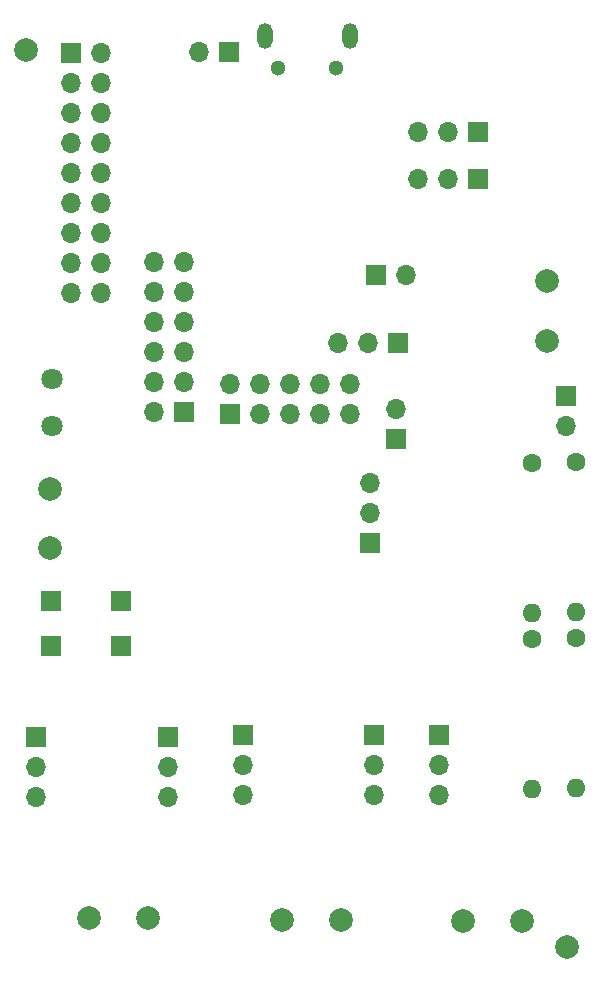
<source format=gbr>
%TF.GenerationSoftware,KiCad,Pcbnew,(6.0.10)*%
%TF.CreationDate,2023-02-23T14:30:16-05:00*%
%TF.ProjectId,rp2040_v0,72703230-3430-45f7-9630-2e6b69636164,rev?*%
%TF.SameCoordinates,Original*%
%TF.FileFunction,Soldermask,Bot*%
%TF.FilePolarity,Negative*%
%FSLAX46Y46*%
G04 Gerber Fmt 4.6, Leading zero omitted, Abs format (unit mm)*
G04 Created by KiCad (PCBNEW (6.0.10)) date 2023-02-23 14:30:16*
%MOMM*%
%LPD*%
G01*
G04 APERTURE LIST*
%ADD10C,2.000000*%
%ADD11C,1.600000*%
%ADD12O,1.600000X1.600000*%
%ADD13R,1.700000X1.700000*%
%ADD14O,1.700000X1.700000*%
%ADD15C,1.300000*%
%ADD16O,1.300000X2.200000*%
%ADD17C,1.800000*%
G04 APERTURE END LIST*
D10*
%TO.C,H2*%
X157300000Y-123300000D03*
%TD*%
D11*
%TO.C,R49*%
X154300000Y-97200000D03*
D12*
X154300000Y-109900000D03*
%TD*%
D11*
%TO.C,R47*%
X158100000Y-97150000D03*
D12*
X158100000Y-109850000D03*
%TD*%
D11*
%TO.C,R48*%
X154300000Y-82300000D03*
D12*
X154300000Y-95000000D03*
%TD*%
%TO.C,R46*%
X158100000Y-94950000D03*
D11*
X158100000Y-82250000D03*
%TD*%
D10*
%TO.C,J27*%
X116803000Y-120887500D03*
X121803000Y-120887500D03*
%TD*%
D13*
%TO.C,J3*%
X143025000Y-72200000D03*
D14*
X140485000Y-72200000D03*
X137945000Y-72200000D03*
%TD*%
D13*
%TO.C,J22*%
X128778000Y-78209000D03*
D14*
X128778000Y-75669000D03*
X131318000Y-78209000D03*
X131318000Y-75669000D03*
X133858000Y-78209000D03*
X133858000Y-75669000D03*
X136398000Y-78209000D03*
X136398000Y-75669000D03*
X138938000Y-78209000D03*
X138938000Y-75669000D03*
%TD*%
%TO.C,J18*%
X141000000Y-110480000D03*
X141000000Y-107940000D03*
D13*
X141000000Y-105400000D03*
%TD*%
%TO.C,J13*%
X115311000Y-47630000D03*
D14*
X117851000Y-47630000D03*
X115311000Y-50170000D03*
X117851000Y-50170000D03*
X115311000Y-52710000D03*
X117851000Y-52710000D03*
X115311000Y-55250000D03*
X117851000Y-55250000D03*
X115311000Y-57790000D03*
X117851000Y-57790000D03*
X115311000Y-60330000D03*
X117851000Y-60330000D03*
X115311000Y-62870000D03*
X117851000Y-62870000D03*
X115311000Y-65410000D03*
X117851000Y-65410000D03*
X115311000Y-67950000D03*
X117851000Y-67950000D03*
%TD*%
%TO.C,J19*%
X129840000Y-110450000D03*
X129840000Y-107910000D03*
D13*
X129840000Y-105370000D03*
%TD*%
%TO.C,J11*%
X141125000Y-66400000D03*
D14*
X143665000Y-66400000D03*
%TD*%
D13*
%TO.C,J15*%
X157226000Y-76703000D03*
D14*
X157226000Y-79243000D03*
%TD*%
D13*
%TO.C,J7*%
X119550000Y-94020000D03*
%TD*%
D14*
%TO.C,J17*%
X146500000Y-110480000D03*
X146500000Y-107940000D03*
D13*
X146500000Y-105400000D03*
%TD*%
%TO.C,J2*%
X128651000Y-47511000D03*
D14*
X126111000Y-47511000D03*
%TD*%
D10*
%TO.C,J25*%
X148500000Y-121100000D03*
X153500000Y-121100000D03*
%TD*%
%TO.C,J28*%
X133156000Y-120995500D03*
X138156000Y-120995500D03*
%TD*%
D15*
%TO.C,J5*%
X132874500Y-48855500D03*
D16*
X131694500Y-46185500D03*
X138894500Y-46185500D03*
D15*
X137714500Y-48855500D03*
%TD*%
D14*
%TO.C,J21*%
X112314000Y-110628000D03*
X112314000Y-108088000D03*
D13*
X112314000Y-105548000D03*
%TD*%
D10*
%TO.C,H1*%
X111506000Y-47371000D03*
%TD*%
D13*
%TO.C,J9*%
X142800000Y-80300000D03*
D14*
X142800000Y-77760000D03*
%TD*%
D13*
%TO.C,J8*%
X149733000Y-58293000D03*
D14*
X147193000Y-58293000D03*
X144653000Y-58293000D03*
%TD*%
D13*
%TO.C,J14*%
X124846000Y-77991000D03*
D14*
X122306000Y-77991000D03*
X124846000Y-75451000D03*
X122306000Y-75451000D03*
X124846000Y-72911000D03*
X122306000Y-72911000D03*
X124846000Y-70371000D03*
X122306000Y-70371000D03*
X124846000Y-67831000D03*
X122306000Y-67831000D03*
X124846000Y-65291000D03*
X122306000Y-65291000D03*
%TD*%
D10*
%TO.C,J23*%
X113500000Y-89500000D03*
X113500000Y-84500000D03*
%TD*%
D14*
%TO.C,J16*%
X140600000Y-84045000D03*
X140600000Y-86585000D03*
D13*
X140600000Y-89125000D03*
%TD*%
%TO.C,J6*%
X119500000Y-97800000D03*
%TD*%
D14*
%TO.C,J20*%
X123490000Y-110628000D03*
X123490000Y-108088000D03*
D13*
X123490000Y-105548000D03*
%TD*%
%TO.C,J4*%
X113600000Y-97800000D03*
%TD*%
%TO.C,J1*%
X149733000Y-54356000D03*
D14*
X147193000Y-54356000D03*
X144653000Y-54356000D03*
%TD*%
D10*
%TO.C,J12*%
X155575000Y-66969000D03*
X155575000Y-71969000D03*
%TD*%
D13*
%TO.C,J10*%
X113600000Y-94000000D03*
%TD*%
D17*
%TO.C,BZ1*%
X113700000Y-75200000D03*
X113700000Y-79200000D03*
%TD*%
M02*

</source>
